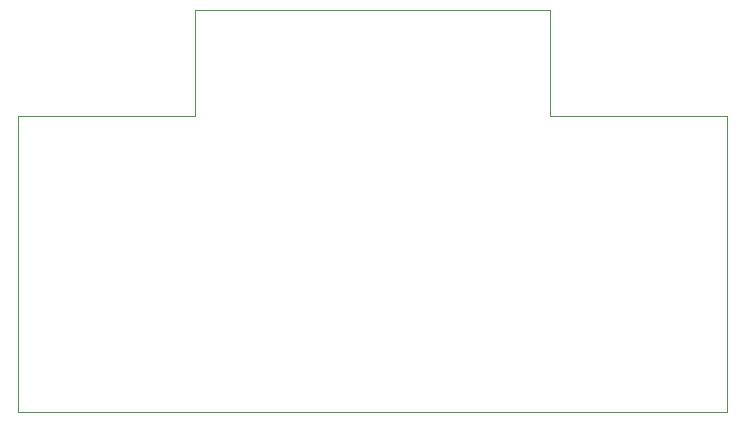
<source format=gbr>
%TF.GenerationSoftware,KiCad,Pcbnew,9.0.0*%
%TF.CreationDate,2025-03-09T22:47:05+01:00*%
%TF.ProjectId,Kicad,4b696361-642e-46b6-9963-61645f706362,rev?*%
%TF.SameCoordinates,Original*%
%TF.FileFunction,Profile,NP*%
%FSLAX46Y46*%
G04 Gerber Fmt 4.6, Leading zero omitted, Abs format (unit mm)*
G04 Created by KiCad (PCBNEW 9.0.0) date 2025-03-09 22:47:05*
%MOMM*%
%LPD*%
G01*
G04 APERTURE LIST*
%TA.AperFunction,Profile*%
%ADD10C,0.050000*%
%TD*%
G04 APERTURE END LIST*
D10*
X186200000Y-60000000D02*
X186200000Y-51000000D01*
X231200000Y-60000000D02*
X231200000Y-85000000D01*
X216200000Y-51000000D02*
X216200000Y-60000000D01*
X216200000Y-60000000D02*
X231200000Y-60000000D01*
X186200000Y-51000000D02*
X216200000Y-51000000D01*
X171200000Y-60000000D02*
X186200000Y-60000000D01*
X171200000Y-85000000D02*
X171200000Y-60000000D01*
X231200000Y-85000000D02*
X171200000Y-85000000D01*
M02*

</source>
